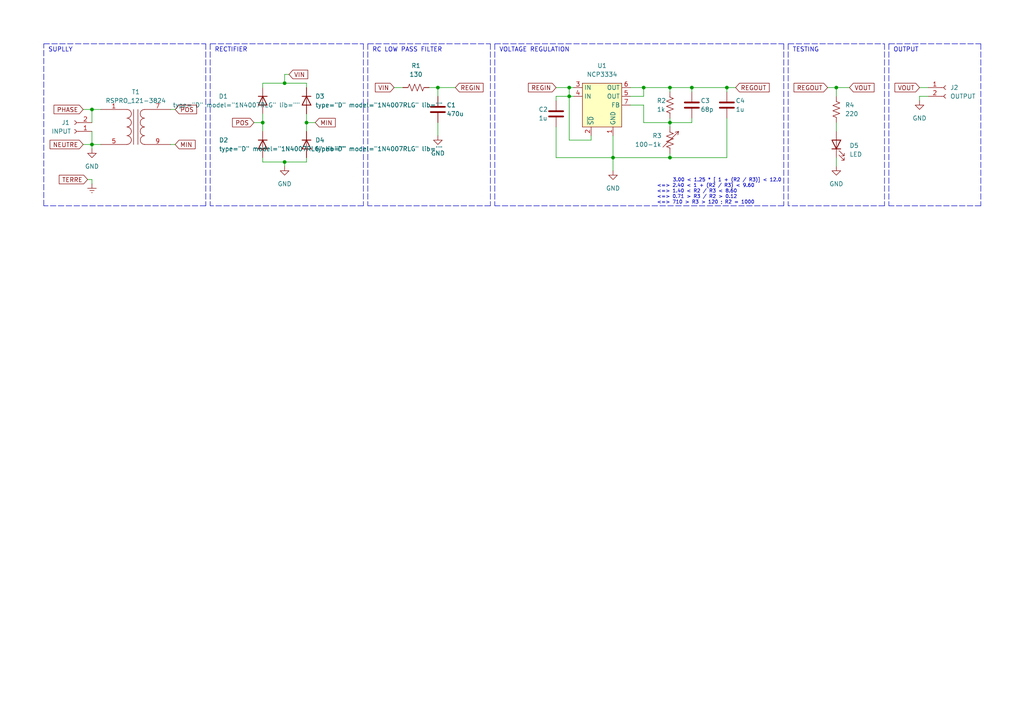
<source format=kicad_sch>
(kicad_sch (version 20211123) (generator eeschema)
  (paper "A4")
  (lib_symbols
    (symbol "C_1" (pin_numbers hide) (pin_names (offset 0.254))
      (property "Reference" "C1" (at 3.81 1.2701 0))
      (property "Value" "C_1" (at 3.81 -1.2699 0))
      (symbol "C_1_0_1"
        (polyline (pts (xy -2.032 -0.762) (xy 2.032 -0.762)) (stroke (width 0.508)))
        (polyline (pts (xy -2.032 0.762) (xy 2.032 0.762)) (stroke (width 0.508)))
      )
      (symbol "C_1_1_1"
        (pin passive line (at 0 -3.81 90) (length 2.794) (name "~") (number "1"))
        (pin passive line (at 0 3.81 270) (length 2.794) (name "~") (number "2"))
      )
    )
    (symbol "Connector:Conn_01x02_Female" (pin_names (offset 1.016) hide)
      (property "Reference" "J" (at 0 2.54 0))
      (property "Value" "Conn_01x02_Female" (at 0 -5.08 0))
      (symbol "Conn_01x02_Female_1_1"
        (arc (start 0 -2.032) (mid -0.508 -2.54) (end 0 -3.048) (stroke (width 0.1524)))
        (polyline (pts (xy -1.27 -2.54) (xy -0.508 -2.54)) (stroke (width 0.1524)))
        (polyline (pts (xy -1.27 0) (xy -0.508 0)) (stroke (width 0.1524)))
        (arc (start 0 0.508) (mid -0.508 0) (end 0 -0.508) (stroke (width 0.1524)))
        (pin passive line (at -5.08 0 0) (length 3.81) (name "Pin_1") (number "1"))
        (pin passive line (at -5.08 -2.54 0) (length 3.81) (name "Pin_2") (number "2"))
      )
    )
    (symbol "DIODE_1" (pin_numbers hide) (pin_names (offset 1.016) hide)
      (property "Reference" "D1" (at -6.35 0 0))
      (property "Value" "DIODE_1" (at -3.81 2.54 0))
      (symbol "DIODE_1_0_1"
        (polyline (pts (xy 1.27 0) (xy -1.27 0)))
        (polyline (pts (xy 1.27 1.27) (xy 1.27 -1.27)) (stroke (width 0.254)))
        (polyline (pts (xy -1.27 -1.27) (xy -1.27 1.27) (xy 1.27 0) (xy -1.27 -1.27)) (stroke (width 0.254)))
      )
      (symbol "DIODE_1_1_1"
        (pin passive line (at 3.81 0 180) (length 2.54) (name "K") (number "1"))
        (pin passive line (at -3.81 0 0) (length 2.54) (name "A") (number "2"))
      )
    )
    (symbol "DIODE_2" (pin_numbers hide) (pin_names (offset 1.016) hide)
      (property "Reference" "D2" (at -6.35 0 0))
      (property "Value" "DIODE_2" (at -3.81 1.27 0))
      (symbol "DIODE_2_0_1"
        (polyline (pts (xy 1.27 0) (xy -1.27 0)))
        (polyline (pts (xy 1.27 1.27) (xy 1.27 -1.27)) (stroke (width 0.254)))
        (polyline (pts (xy -1.27 -1.27) (xy -1.27 1.27) (xy 1.27 0) (xy -1.27 -1.27)) (stroke (width 0.254)))
      )
      (symbol "DIODE_2_1_1"
        (pin passive line (at 3.81 0 180) (length 2.54) (name "K") (number "1"))
        (pin passive line (at -3.81 0 0) (length 2.54) (name "A") (number "2"))
      )
    )
    (symbol "DIODE_3" (pin_numbers hide) (pin_names (offset 1.016) hide)
      (property "Reference" "D4" (at -6.35 0 0))
      (property "Value" "DIODE_3" (at -3.81 1.27 0))
      (symbol "DIODE_3_0_1"
        (polyline (pts (xy 1.27 0) (xy -1.27 0)))
        (polyline (pts (xy 1.27 1.27) (xy 1.27 -1.27)) (stroke (width 0.254)))
        (polyline (pts (xy -1.27 -1.27) (xy -1.27 1.27) (xy 1.27 0) (xy -1.27 -1.27)) (stroke (width 0.254)))
      )
      (symbol "DIODE_3_1_1"
        (pin passive line (at 3.81 0 180) (length 2.54) (name "K") (number "1"))
        (pin passive line (at -3.81 0 0) (length 2.54) (name "A") (number "2"))
      )
    )
    (symbol "Device:C" (pin_numbers hide) (pin_names (offset 0.254))
      (property "Reference" "C" (at 0.635 2.54 0))
      (property "Value" "C" (at 0.635 -2.54 0))
      (symbol "C_0_1"
        (polyline (pts (xy -2.032 -0.762) (xy 2.032 -0.762)) (stroke (width 0.508)))
        (polyline (pts (xy -2.032 0.762) (xy 2.032 0.762)) (stroke (width 0.508)))
      )
      (symbol "C_1_1"
        (pin passive line (at 0 3.81 270) (length 2.794) (name "~") (number "1"))
        (pin passive line (at 0 -3.81 90) (length 2.794) (name "~") (number "2"))
      )
    )
    (symbol "Device:LED" (pin_numbers hide) (pin_names (offset 1.016) hide)
      (property "Reference" "D" (at 0 2.54 0))
      (property "Value" "LED" (at 0 -2.54 0))
      (symbol "LED_0_1"
        (polyline (pts (xy -1.27 -1.27) (xy -1.27 1.27)) (stroke (width 0.254)))
        (polyline (pts (xy -1.27 0) (xy 1.27 0)))
        (polyline (pts (xy 1.27 -1.27) (xy 1.27 1.27) (xy -1.27 0) (xy 1.27 -1.27)) (stroke (width 0.254)))
        (polyline (pts (xy -3.048 -0.762) (xy -4.572 -2.286) (xy -3.81 -2.286) (xy -4.572 -2.286) (xy -4.572 -1.524)))
        (polyline (pts (xy -1.778 -0.762) (xy -3.302 -2.286) (xy -2.54 -2.286) (xy -3.302 -2.286) (xy -3.302 -1.524)))
      )
      (symbol "LED_1_1"
        (pin passive line (at -3.81 0 0) (length 2.54) (name "K") (number "1"))
        (pin passive line (at 3.81 0 180) (length 2.54) (name "A") (number "2"))
      )
    )
    (symbol "Device:R_US" (pin_numbers hide) (pin_names (offset 0))
      (property "Reference" "R" (at 2.54 0 90))
      (property "Value" "R_US" (at -2.54 0 90))
      (symbol "R_US_0_1"
        (polyline (pts (xy 0 -2.286) (xy 0 -2.54)))
        (polyline (pts (xy 0 2.286) (xy 0 2.54)))
        (polyline (pts (xy 0 -0.762) (xy 1.016 -1.143) (xy 0 -1.524) (xy -1.016 -1.905) (xy 0 -2.286)))
        (polyline (pts (xy 0 0.762) (xy 1.016 0.381) (xy 0 0) (xy -1.016 -0.381) (xy 0 -0.762)))
        (polyline (pts (xy 0 2.286) (xy 1.016 1.905) (xy 0 1.524) (xy -1.016 1.143) (xy 0 0.762)))
      )
      (symbol "R_US_1_1"
        (pin passive line (at 0 3.81 270) (length 1.27) (name "~") (number "1"))
        (pin passive line (at 0 -3.81 90) (length 1.27) (name "~") (number "2"))
      )
    )
    (symbol "Device:R_Variable_US" (pin_numbers hide) (pin_names (offset 0))
      (property "Reference" "R3" (at -5.08 1.27 0))
      (property "Value" "100-1k" (at -10.16 -1.27 0))
      (symbol "R_Variable_US_0_1"
        (polyline (pts (xy 0 -2.286) (xy 0 -2.54)))
        (polyline (pts (xy 0 2.286) (xy 0 2.54)))
        (polyline (pts (xy 0 -0.762) (xy 1.016 -1.143) (xy 0 -1.524) (xy -1.016 -1.905) (xy 0 -2.286)))
        (polyline (pts (xy 0 0.762) (xy 1.016 0.381) (xy 0 0) (xy -1.016 -0.381) (xy 0 -0.762)))
        (polyline (pts (xy 0 2.286) (xy 1.016 1.905) (xy 0 1.524) (xy -1.016 1.143) (xy 0 0.762)) (stroke (width 0.1524)))
        (polyline (pts (xy 2.286 1.524) (xy 2.54 2.54) (xy 1.524 2.286) (xy 2.54 2.54) (xy -2.032 -2.032)) (stroke (width 0.1524)))
      )
      (symbol "R_Variable_US_1_1"
        (pin passive line (at 0 -3.81 90) (length 1.27) (name "~") (number "1"))
        (pin passive line (at 0 3.81 270) (length 1.27) (name "~") (number "2"))
      )
    )
    (symbol "Device:Transformer_1P_1S" (pin_names (offset 1.016) hide)
      (property "Reference" "T1" (at 0.0127 10.16 0))
      (property "Value" "Transformer_1P_1S" (at 0.0127 7.62 0))
      (symbol "Transformer_1P_1S_0_1"
        (arc (start -2.54 -5.0546) (mid -1.6599 -4.6901) (end -1.27 -3.81))
        (arc (start -2.54 -2.5146) (mid -1.6599 -2.1501) (end -1.27 -1.27))
        (arc (start -2.54 0.0254) (mid -1.6599 0.3899) (end -1.27 1.27))
        (arc (start -2.54 2.5654) (mid -1.6599 2.9299) (end -1.27 3.81))
        (arc (start -1.27 -3.81) (mid -1.642 -2.912) (end -2.54 -2.54))
        (arc (start -1.27 -1.27) (mid -1.642 -0.372) (end -2.54 0))
        (arc (start -1.27 1.27) (mid -1.642 2.168) (end -2.54 2.54))
        (arc (start -1.27 3.81) (mid -1.642 4.708) (end -2.54 5.08))
        (polyline (pts (xy -0.635 5.08) (xy -0.635 -5.08)))
        (polyline (pts (xy 0.635 -5.08) (xy 0.635 5.08)))
        (arc (start 1.2954 -1.27) (mid 1.6599 -2.1501) (end 2.54 -2.5146))
        (arc (start 1.2954 1.27) (mid 1.6599 0.3899) (end 2.54 0.0254))
        (arc (start 1.2954 3.81) (mid 1.6599 2.9299) (end 2.54 2.5654))
        (arc (start 1.3208 -3.81) (mid 1.6853 -4.6901) (end 2.5654 -5.0546))
        (arc (start 2.54 0) (mid 1.642 -0.372) (end 1.2954 -1.27))
        (arc (start 2.54 2.54) (mid 1.642 2.168) (end 1.2954 1.27))
        (arc (start 2.54 5.08) (mid 1.642 4.708) (end 1.2954 3.81))
        (arc (start 2.5654 -2.54) (mid 1.6674 -2.912) (end 1.3208 -3.81))
      )
      (symbol "Transformer_1P_1S_1_1"
        (pin passive line (at -10.16 5.08 0) (length 7.62) (name "AA") (number "1"))
        (pin passive line (at -10.16 -5.08 0) (length 7.62) (name "AB") (number "5"))
        (pin passive line (at 10.16 5.08 180) (length 7.62) (name "7") (number "7"))
        (pin passive line (at 10.16 -5.08 180) (length 7.62) (name "SA") (number "9"))
      )
    )
    (symbol "Regulator_Controller:NCP3334"
      (property "Reference" "U" (at 0 5.08 0))
      (property "Value" "NCP3334" (at -1.27 2.54 0))
      (symbol "NCP3334_0_1"
        (rectangle (start -6.35 1.27) (end 5.08 -11.43) (fill (type background)))
      )
      (symbol "NCP3334_1_1"
        (pin passive line (at 2.54 -13.97 90) (length 2.54) (name "GND") (number "1"))
        (pin input line (at -3.81 -13.97 90) (length 2.54) (name "~{SD}") (number "2"))
        (pin input line (at -8.89 0 0) (length 2.54) (name "IN") (number "3"))
        (pin input line (at -8.89 -2.54 0) (length 2.54) (name "IN") (number "4"))
        (pin output line (at 7.62 -2.54 180) (length 2.54) (name "OUT") (number "5"))
        (pin output line (at 7.62 0 180) (length 2.54) (name "OUT") (number "6"))
        (pin output line (at 7.62 -5.08 180) (length 2.54) (name "FB") (number "7"))
      )
    )
    (symbol "Simulation_SPICE:DIODE" (pin_numbers hide) (pin_names (offset 1.016) hide)
      (property "Reference" "D3" (at -6.35 0 0))
      (property "Value" "DIODE" (at -3.81 1.27 0))
      (symbol "DIODE_0_1"
        (polyline (pts (xy 1.27 0) (xy -1.27 0)))
        (polyline (pts (xy 1.27 1.27) (xy 1.27 -1.27)) (stroke (width 0.254)))
        (polyline (pts (xy -1.27 -1.27) (xy -1.27 1.27) (xy 1.27 0) (xy -1.27 -1.27)) (stroke (width 0.254)))
      )
      (symbol "DIODE_1_1"
        (pin passive line (at 3.81 0 180) (length 2.54) (name "K") (number "1"))
        (pin passive line (at -3.81 0 0) (length 2.54) (name "A") (number "2"))
      )
    )
    (symbol "power:Earth" (power) (pin_names (offset 0))
      (symbol "Earth_0_1"
        (polyline (pts (xy -0.635 -1.905) (xy 0.635 -1.905)))
        (polyline (pts (xy -0.127 -2.54) (xy 0.127 -2.54)))
        (polyline (pts (xy 0 -1.27) (xy 0 0)))
        (polyline (pts (xy 1.27 -1.27) (xy -1.27 -1.27)))
      )
      (symbol "Earth_1_1"
        (pin power_in line (at 0 0 270) (length 0) hide (name "Earth") (number "1"))
      )
    )
    (symbol "power:GND" (power) (pin_names (offset 0))
      (property "Value" "GND" (at 0 -3.81 0))
      (symbol "GND_0_1"
        (polyline (pts (xy 0 0) (xy 0 -1.27) (xy 1.27 -1.27) (xy 0 -2.54) (xy -1.27 -1.27) (xy 0 -1.27)))
      )
      (symbol "GND_1_1"
        (pin power_in line (at 0 0 270) (length 0) hide (name "GND") (number "1"))
      )
    )
  )
  (junction (at 194.31 35.56))
  (junction (at 165.1 27.94))
  (junction (at 82.55 24.13))
  (junction (at 26.67 41.91))
  (junction (at 127 25.4))
  (junction (at 26.67 31.75))
  (junction (at 194.31 45.72))
  (junction (at 88.9 35.56))
  (junction (at 177.8 45.72))
  (junction (at 165.1 25.4))
  (junction (at 242.57 25.4))
  (junction (at 82.55 46.99))
  (junction (at 76.2 35.56))
  (junction (at 186.69 25.4))
  (junction (at 194.31 25.4))
  (junction (at 210.82 25.4))
  (junction (at 200.66 25.4))
  (wire (pts (xy 186.69 27.94) (xy 186.69 25.4)))
  (wire (pts (xy 242.57 45.72) (xy 242.57 48.26)))
  (wire (pts (xy 177.8 45.72) (xy 177.8 49.53)))
  (wire (pts (xy 171.45 40.64) (xy 165.1 40.64)))
  (wire (pts (xy 200.66 25.4) (xy 200.66 26.67)))
  (wire (pts (xy 186.69 30.48) (xy 182.88 30.48)))
  (wire (pts (xy 49.53 41.91) (xy 50.8 41.91)))
  (wire (pts (xy 76.2 35.56) (xy 76.2 38.1)))
  (wire (pts (xy 186.69 30.48) (xy 186.69 35.56)))
  (wire (pts (xy 200.66 34.29) (xy 200.66 35.56)))
  (polyline (pts (xy 106.68 12.7) (xy 142.24 12.7)))
  (wire (pts (xy 82.55 21.59) (xy 82.55 24.13)))
  (wire (pts (xy 210.82 45.72) (xy 194.31 45.72)))
  (polyline (pts (xy 257.81 12.7) (xy 257.81 59.69)))
  (wire (pts (xy 73.66 35.56) (xy 76.2 35.56)))
  (wire (pts (xy 26.67 38.1) (xy 26.67 41.91)))
  (wire (pts (xy 210.82 34.29) (xy 210.82 45.72)))
  (wire (pts (xy 124.46 25.4) (xy 127 25.4)))
  (polyline (pts (xy 228.6 12.7) (xy 228.6 59.69)))
  (polyline (pts (xy 256.54 12.7) (xy 256.54 59.69)))
  (wire (pts (xy 88.9 46.99) (xy 88.9 45.72)))
  (wire (pts (xy 26.67 41.91) (xy 29.21 41.91)))
  (wire (pts (xy 171.45 39.37) (xy 171.45 40.64)))
  (polyline (pts (xy 257.81 12.7) (xy 284.48 12.7)))
  (wire (pts (xy 76.2 46.99) (xy 82.55 46.99)))
  (polyline (pts (xy 227.33 12.7) (xy 227.33 59.69)))
  (polyline (pts (xy 59.69 59.69) (xy 12.7 59.69)))
  (polyline (pts (xy 256.54 59.69) (xy 228.6 59.69)))
  (wire (pts (xy 194.31 35.56) (xy 194.31 36.83)))
  (wire (pts (xy 161.29 27.94) (xy 165.1 27.94)))
  (polyline (pts (xy 143.51 12.7) (xy 143.51 59.69)))
  (polyline (pts (xy 60.96 12.7) (xy 60.96 59.69)))
  (wire (pts (xy 82.55 46.99) (xy 82.55 48.26)))
  (wire (pts (xy 76.2 45.72) (xy 76.2 46.99)))
  (wire (pts (xy 26.67 41.91) (xy 26.67 43.18)))
  (polyline (pts (xy 227.33 59.69) (xy 143.51 59.69)))
  (wire (pts (xy 114.3 25.4) (xy 116.84 25.4)))
  (wire (pts (xy 194.31 25.4) (xy 200.66 25.4)))
  (wire (pts (xy 266.7 27.94) (xy 266.7 29.21)))
  (wire (pts (xy 194.31 45.72) (xy 177.8 45.72)))
  (wire (pts (xy 76.2 33.02) (xy 76.2 35.56)))
  (wire (pts (xy 83.82 21.59) (xy 82.55 21.59)))
  (polyline (pts (xy 59.69 12.7) (xy 59.69 59.69)))
  (wire (pts (xy 242.57 35.56) (xy 242.57 38.1)))
  (polyline (pts (xy 106.68 12.7) (xy 106.68 59.69)))
  (wire (pts (xy 127 25.4) (xy 127 27.94)))
  (wire (pts (xy 200.66 25.4) (xy 210.82 25.4)))
  (wire (pts (xy 194.31 34.29) (xy 194.31 35.56)))
  (wire (pts (xy 76.2 25.4) (xy 76.2 24.13)))
  (wire (pts (xy 88.9 35.56) (xy 91.44 35.56)))
  (wire (pts (xy 76.2 24.13) (xy 82.55 24.13)))
  (wire (pts (xy 242.57 25.4) (xy 242.57 27.94)))
  (wire (pts (xy 165.1 40.64) (xy 165.1 27.94)))
  (wire (pts (xy 127 35.56) (xy 127 39.37)))
  (wire (pts (xy 266.7 25.4) (xy 269.24 25.4)))
  (polyline (pts (xy 60.96 12.7) (xy 105.41 12.7)))
  (wire (pts (xy 269.24 27.94) (xy 266.7 27.94)))
  (wire (pts (xy 127 25.4) (xy 132.08 25.4)))
  (wire (pts (xy 161.29 25.4) (xy 165.1 25.4)))
  (polyline (pts (xy 284.48 12.7) (xy 284.48 59.69)))
  (wire (pts (xy 24.13 41.91) (xy 26.67 41.91)))
  (polyline (pts (xy 142.24 59.69) (xy 106.68 59.69)))
  (wire (pts (xy 242.57 25.4) (xy 246.38 25.4)))
  (wire (pts (xy 165.1 27.94) (xy 166.37 27.94)))
  (wire (pts (xy 182.88 27.94) (xy 186.69 27.94)))
  (wire (pts (xy 161.29 45.72) (xy 177.8 45.72)))
  (wire (pts (xy 88.9 24.13) (xy 88.9 25.4)))
  (wire (pts (xy 165.1 25.4) (xy 165.1 27.94)))
  (polyline (pts (xy 228.6 12.7) (xy 256.54 12.7)))
  (polyline (pts (xy 142.24 12.7) (xy 142.24 59.69)))
  (wire (pts (xy 26.67 35.56) (xy 26.67 31.75)))
  (wire (pts (xy 161.29 36.83) (xy 161.29 45.72)))
  (wire (pts (xy 82.55 46.99) (xy 88.9 46.99)))
  (wire (pts (xy 240.03 25.4) (xy 242.57 25.4)))
  (polyline (pts (xy 105.41 12.7) (xy 105.41 59.69)))
  (wire (pts (xy 26.67 31.75) (xy 29.21 31.75)))
  (wire (pts (xy 49.53 31.75) (xy 50.8 31.75)))
  (wire (pts (xy 24.13 31.75) (xy 26.67 31.75)))
  (wire (pts (xy 200.66 35.56) (xy 194.31 35.56)))
  (polyline (pts (xy 284.48 59.69) (xy 257.81 59.69)))
  (wire (pts (xy 82.55 24.13) (xy 88.9 24.13)))
  (wire (pts (xy 182.88 25.4) (xy 186.69 25.4)))
  (wire (pts (xy 186.69 25.4) (xy 194.31 25.4)))
  (wire (pts (xy 88.9 33.02) (xy 88.9 35.56)))
  (wire (pts (xy 161.29 29.21) (xy 161.29 27.94)))
  (wire (pts (xy 186.69 35.56) (xy 194.31 35.56)))
  (wire (pts (xy 194.31 44.45) (xy 194.31 45.72)))
  (wire (pts (xy 177.8 39.37) (xy 177.8 45.72)))
  (wire (pts (xy 166.37 25.4) (xy 165.1 25.4)))
  (wire (pts (xy 88.9 35.56) (xy 88.9 38.1)))
  (wire (pts (xy 26.67 53.34) (xy 26.67 52.07)))
  (wire (pts (xy 194.31 26.67) (xy 194.31 25.4)))
  (polyline (pts (xy 12.7 12.7) (xy 59.69 12.7)))
  (polyline (pts (xy 143.51 12.7) (xy 227.33 12.7)))
  (polyline (pts (xy 105.41 59.69) (xy 60.96 59.69)))
  (wire (pts (xy 210.82 25.4) (xy 213.36 25.4)))
  (wire (pts (xy 26.67 52.07) (xy 25.4 52.07)))
  (polyline (pts (xy 12.7 59.69) (xy 12.7 12.7)))
  (wire (pts (xy 210.82 25.4) (xy 210.82 26.67)))
  (text "TESTING" (at 229.87 15.24 0) (effects (font (size 1.27 1.27)) (justify left bottom)))
  (text "      3.00 < 1.25 * [ 1 + (R2 / R3)] < 12.0\n<=> 2.40 < 1 + (R2 / R3) < 9.60\n<=> 1.40 < R2 / R3 < 8.60\n<=> 0.71 > R3 / R2 > 0.12\n<=> 710 > R3 > 120 ; R2 = 1000\n\n" (at 190.5 60.96 0) (effects (font (size 1 1)) (justify left bottom)))
  (text "VOLTAGE REGULATION" (at 144.78 15.24 0) (effects (font (size 1.27 1.27)) (justify left bottom)))
  (text "RECTIFIER" (at 62.23 15.24 0) (effects (font (size 1.27 1.27)) (justify left bottom)))
  (text "SUPLLY" (at 13.97 15.24 0) (effects (font (size 1.27 1.27)) (justify left bottom)))
  (text "RC LOW PASS FILTER" (at 107.95 15.24 0) (effects (font (size 1.27 1.27)) (justify left bottom)))
  (text "OUTPUT" (at 259.08 15.24 0) (effects (font (size 1.27 1.27)) (justify left bottom)))
  (global_label "NEUTRE" (shape input) (at 24.13 41.91 180) (property "Intersheet References" "${INTERSHEET_REFS}" (effects hide)))
  (global_label "VOUT" (shape input) (at 266.7 25.4 180) (property "Intersheet References" "${INTERSHEET_REFS}" (effects hide)))
  (global_label "VIN" (shape input) (at 114.3 25.4 180) (property "Intersheet References" "${INTERSHEET_REFS}" (effects hide)))
  (global_label "REGOUT" (shape input) (at 213.36 25.4 0) (property "Intersheet References" "${INTERSHEET_REFS}" (effects hide)))
  (global_label "REGIN" (shape input) (at 132.08 25.4 0) (property "Intersheet References" "${INTERSHEET_REFS}" (effects hide)))
  (global_label "PHASE" (shape input) (at 24.13 31.75 180) (property "Intersheet References" "${INTERSHEET_REFS}" (effects hide)))
  (global_label "REGIN" (shape input) (at 161.29 25.4 180) (property "Intersheet References" "${INTERSHEET_REFS}" (effects hide)))
  (global_label "REGOUT" (shape input) (at 240.03 25.4 180) (property "Intersheet References" "${INTERSHEET_REFS}" (effects hide)))
  (global_label "VIN" (shape input) (at 83.82 21.59 0) (property "Intersheet References" "${INTERSHEET_REFS}" (effects hide)))
  (global_label "POS" (shape input) (at 50.8 31.75 0) (property "Intersheet References" "${INTERSHEET_REFS}" (effects hide)))
  (global_label "TERRE" (shape input) (at 25.4 52.07 180) (property "Intersheet References" "${INTERSHEET_REFS}" (effects hide)))
  (global_label "MIN" (shape input) (at 50.8 41.91 0) (property "Intersheet References" "${INTERSHEET_REFS}" (effects hide)))
  (global_label "MIN" (shape input) (at 91.44 35.56 0) (property "Intersheet References" "${INTERSHEET_REFS}" (effects hide)))
  (global_label "VOUT" (shape input) (at 246.38 25.4 0) (property "Intersheet References" "${INTERSHEET_REFS}" (effects hide)))
  (global_label "POS" (shape input) (at 73.66 35.56 180) (property "Intersheet References" "${INTERSHEET_REFS}" (effects hide)))
  (symbol (lib_id "Device:R_US") (at 194.31 30.48 180) (unit 1)
    (property "Reference" "R2" (at 190.5 29.21 0) (effects (justify right)))
    (property "Value" "1k" (at 190.5 31.75 0) (effects (justify right)))
    (property "Footprint" "Resistor_SMD:R_0805_2012Metric" (effects hide))
  )
  (symbol (lib_id "Device:Transformer_1P_1S") (at 39.37 36.83 0) (unit 1)
    (property "Reference" "T1" (at 39.3827 26.67 0))
    (property "Value" "RSPRO_121-3824" (at 39.3827 29.21 0))
    (property "Footprint" "Library:TRANSFO_230VAC_60HZ_to_12VAC" (effects hide))
  )
  (symbol (lib_id "Device:LED") (at 242.57 41.91 90) (unit 1)
    (property "Reference" "D5" (at 246.38 42.2274 90) (effects (justify right)))
    (property "Value" "LED" (at 246.38 44.7674 90) (effects (justify right)))
    (property "Footprint" "Diode_SMD:D_0805_2012Metric" (effects hide))
  )
  (symbol (lib_id "power:Earth") (at 26.67 53.34 0) (unit 1)
    (property "Reference" "#PWR0105" (effects hide))
    (property "Value" "Earth" (effects hide))
  )
  (symbol (lib_id "Connector:Conn_01x02_Female") (at 274.32 25.4 0) (unit 1)
    (property "Reference" "J2" (at 275.59 25.3999 0) (effects (justify left)))
    (property "Value" "OUTPUT" (at 275.59 27.9399 0) (effects (justify left)))
    (property "Footprint" "Library:Connector_Bon_1x2_P5.00_D1.00" (effects hide))
  )
  (symbol (lib_id "power:GND") (at 26.67 43.18 0) (unit 1)
    (property "Reference" "#PWR0106" (effects hide))
    (property "Value" "GND" (at 26.67 48.26 0))
  )
  (symbol (lib_id "Device:C") (at 161.29 33.02 0) (unit 1)
    (property "Reference" "C2" (at 156.21 31.75 0) (effects (justify left)))
    (property "Value" "1u" (at 156.21 34.29 0) (effects (justify left)))
    (property "Footprint" "Capacitor_SMD:C_0805_2012Metric" (effects hide))
  )
  (symbol (lib_id "Simulation_SPICE:DIODE") (at 88.9 29.21 90) (unit 1)
    (property "Reference" "D3" (at 91.44 27.9399 90) (effects (justify right)))
    (property "Value" "1N4007RLG" (at 91.44 30.4799 90) (effects (justify right)))
    (property "Footprint" "Diode_THT:D_DO-41_SOD81_P7.62mm_Horizontal" (effects hide))
    (property "Spice_Netlist_Enabled" "Y" (effects hide))
    (property "Spice_Primitive" "D" (effects hide))
  )
  (symbol (lib_id "power:GND") (at 266.7 29.21 0) (unit 1)
    (property "Reference" "#PWR0102" (effects hide))
    (property "Value" "GND" (at 266.7 34.29 0))
  )
  (symbol (lib_id "Regulator_Controller:NCP3334") (at 175.26 25.4 0) (unit 1)
    (property "Reference" "U1" (at 174.625 19.05 0))
    (property "Value" "NCP3334" (at 174.625 21.59 0))
    (property "Footprint" "Package_SO:SOIC-8-N7_3.9x4.9mm_P1.27mm" (effects hide))
  )
  (symbol (lib_id "Connector:Conn_01x02_Female") (at 21.59 38.1 180) (unit 1)
    (property "Reference" "J1" (at 19.05 35.56 0))
    (property "Value" "INPUT" (at 17.78 38.1 0))
    (property "Footprint" "Library:Connector_Bon_1x2_P5.00_D1.00" (effects hide))
  )
  (symbol (lib_id "Device:R_Variable_US") (at 194.31 40.64 0) (unit 1)
    (property "Reference" "R3" (at 189.23 39.37 0) (effects (justify left)))
    (property "Value" "100-1k" (at 184.15 41.91 0) (effects (justify left)))
    (property "Footprint" "USER:3296W-1-102LF" (effects hide))
  )
  (symbol (lib_id "power:GND") (at 82.55 48.26 0) (unit 1)
    (property "Reference" "#PWR0101" (effects hide))
    (property "Value" "GND" (at 82.55 53.34 0))
  )
  (symbol (lib_id "Device:C") (at 200.66 30.48 0) (unit 1)
    (property "Reference" "C3" (at 203.2 29.21 0) (effects (justify left)))
    (property "Value" "68p" (at 203.2 31.75 0) (effects (justify left)))
    (property "Footprint" "Capacitor_SMD:C_0805_2012Metric" (effects hide))
  )
  (symbol (lib_id "power:GND") (at 242.57 48.26 0) (unit 1)
    (property "Reference" "#PWR0103" (effects hide))
    (property "Value" "GND" (at 242.57 53.34 0))
  )
  (symbol (lib_id "power:GND") (at 127 39.37 0) (unit 1)
    (property "Reference" "#PWR0107" (effects hide))
    (property "Value" "GND" (at 127 44.45 0))
  )
  (symbol (lib_id "power:GND") (at 177.8 49.53 0) (unit 1)
    (property "Reference" "#PWR0104" (effects hide))
    (property "Value" "GND" (at 177.8 54.61 0))
  )
  (symbol (lib_name "DIODE_2") (lib_id "Simulation_SPICE:DIODE") (at 76.2 41.91 90) (unit 1)
    (property "Reference" "D2" (at 63.5 40.64 90) (effects (justify right)))
    (property "Value" "1N4007RLG" (at 63.5 43.18 90) (effects (justify right)))
    (property "Footprint" "Diode_THT:D_DO-41_SOD81_P7.62mm_Horizontal" (effects hide))
    (property "Spice_Netlist_Enabled" "Y" (effects hide))
    (property "Spice_Primitive" "D" (effects hide))
  )
  (symbol (lib_id "Device:R_US") (at 242.57 31.75 180) (unit 1)
    (property "Reference" "R4" (at 245.11 30.4799 0) (effects (justify right)))
    (property "Value" "220" (at 245.11 33.0199 0) (effects (justify right)))
    (property "Footprint" "Resistor_SMD:R_0805_2012Metric" (effects hide))
  )
  (symbol (lib_name "DIODE_3") (lib_id "Simulation_SPICE:DIODE") (at 88.9 41.91 90) (unit 1)
    (property "Reference" "D4" (at 91.44 40.6399 90) (effects (justify right)))
    (property "Value" "1N4007RLG" (at 91.44 43.1799 90) (effects (justify right)))
    (property "Footprint" "Diode_THT:D_DO-41_SOD81_P7.62mm_Horizontal" (effects hide))
    (property "Spice_Netlist_Enabled" "Y" (effects hide))
    (property "Spice_Primitive" "D" (effects hide))
  )
  (symbol (lib_name "C_1") (lib_id "Device:C") (at 127 31.75 180) (unit 1)
    (property "Reference" "C1" (at 129.54 30.48 0) (effects (justify right)))
    (property "Value" "470u" (at 129.54 33.02 0) (effects (justify right)))
    (property "Footprint" "Capacitor_THT:CP_Radial_Tantal_D10.5mm_P5.00mm" (effects hide))
  )
  (symbol (lib_id "Device:R_US") (at 120.65 25.4 270) (unit 1)
    (property "Reference" "R1" (at 120.65 19.05 90))
    (property "Value" "130" (at 120.65 21.59 90))
    (property "Footprint" "Resistor_SMD:R_0805_2012Metric" (effects hide))
  )
  (symbol (lib_id "Device:C") (at 210.82 30.48 0) (unit 1)
    (property "Reference" "C4" (at 213.36 29.21 0) (effects (justify left)))
    (property "Value" "1u" (at 213.36 31.75 0) (effects (justify left)))
    (property "Footprint" "Capacitor_SMD:C_0805_2012Metric" (effects hide))
  )
  (symbol (lib_name "DIODE_1") (lib_id "Simulation_SPICE:DIODE") (at 76.2 29.21 90) (unit 1)
    (property "Reference" "D1" (at 64.77 27.94 90))
    (property "Value" "1N4007RLG" (at 68.58 30.48 90))
    (property "Footprint" "Diode_THT:D_DO-41_SOD81_P7.62mm_Horizontal" (effects hide))
    (property "Spice_Netlist_Enabled" "Y" (effects hide))
    (property "Spice_Primitive" "D" (effects hide))
  )
)
</source>
